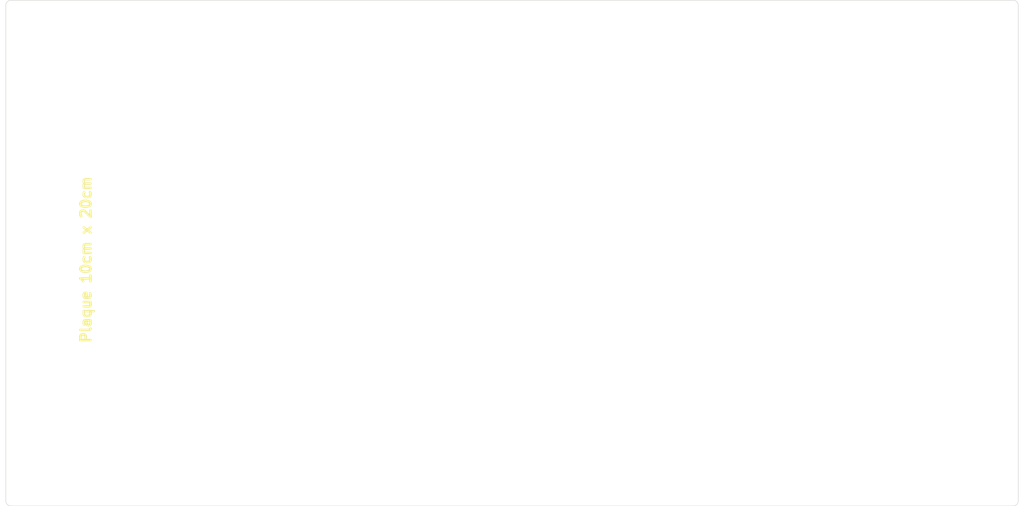
<source format=kicad_pcb>
(kicad_pcb (version 20241229) (generator "pcbnew") (generator_version "9.0")
  (layers (0 "F.Cu" signal) (2 "B.Cu" signal) (13 "F.Paste" user) (15 "B.Paste" user) (5 "F.SilkS" user "F.Silkscreen") (7 "B.SilkS" user "B.Silkscreen") (1 "F.Mask" user) (3 "B.Mask" user) (25 "Edge.Cuts" user))
  (net 0 "")
  (footprint "MountingHole:MountingHole_3.2mm_M3" (layer "F.Cu") (at 296 175)
    (property "Reference" "H4" (hide yes))
    (property "Value" "MountingHole")
    (pad "" np_thru_hole circle (at 0 0) (size 3.2 3.2) (drill 3.2) (layers "*.Cu" "*.Mask"))
  )
  (footprint "MountingHole:MountingHole_3.2mm_M3" (layer "F.Cu") (at 104 125)
    (property "Reference" "H1" (hide yes))
    (property "Value" "MountingHole")
    (pad "" np_thru_hole circle (at 0 0) (size 3.2 3.2) (drill 3.2) (layers "*.Cu" "*.Mask"))
  )
  (footprint "MountingHole:MountingHole_3.2mm_M3" (layer "F.Cu") (at 104 175)
    (property "Reference" "H2" (hide yes))
    (property "Value" "MountingHole")
    (pad "" np_thru_hole circle (at 0 0) (size 3.2 3.2) (drill 3.2) (layers "*.Cu" "*.Mask"))
  )
  (footprint "MountingHole:MountingHole_3.2mm_M3" (layer "F.Cu") (at 296 125)
    (property "Reference" "H3" (hide yes))
    (property "Value" "MountingHole")
    (pad "" np_thru_hole circle (at 0 0) (size 3.2 3.2) (drill 3.2) (layers "*.Cu" "*.Mask"))
  )
  (gr_arc (start 300 199) (mid 299.707107 199.707107) (end 299 200) (stroke (width 0.1)) (layer "Edge.Cuts"))
  (gr_line (start 300 199) (end 300 101) (stroke (width 0.1)) (layer "Edge.Cuts"))
  (gr_arc (start 100 101) (mid 100.292893 100.292893) (end 101 100) (stroke (width 0.1)) (layer "Edge.Cuts"))
  (gr_arc (start 101 200) (mid 100.292893 199.707107) (end 100 199) (stroke (width 0.1)) (layer "Edge.Cuts"))
  (gr_line (start 101 200) (end 299 200) (stroke (width 0.1)) (layer "Edge.Cuts"))
  (gr_line (start 299 100) (end 101 100) (stroke (width 0.1)) (layer "Edge.Cuts"))
  (gr_line (start 100 101) (end 100 199) (stroke (width 0.1)) (layer "Edge.Cuts"))
  (gr_arc (start 299 100) (mid 299.707107 100.292893) (end 300 101) (stroke (width 0.1)) (layer "Edge.Cuts"))
  (gr_text "Plaque 10cm x 20cm" (at 117 168 90) (layer "F.SilkS") (effects (font (size 2 2) (thickness 0.5) (bold yes)) (justify left bottom)))
)
</source>
